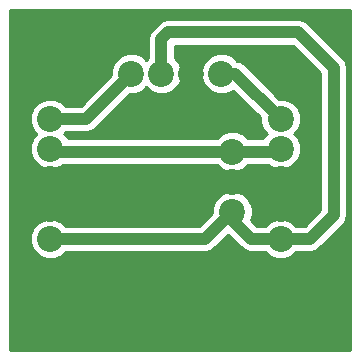
<source format=gbr>
G04 #@! TF.FileFunction,Copper,L1,Top,Signal*
%FSLAX46Y46*%
G04 Gerber Fmt 4.6, Leading zero omitted, Abs format (unit mm)*
G04 Created by KiCad (PCBNEW 4.0.6-e0-6349~52~ubuntu17.04.1) date Sat May 20 12:27:56 2017*
%MOMM*%
%LPD*%
G01*
G04 APERTURE LIST*
%ADD10C,0.100000*%
%ADD11C,2.200000*%
%ADD12C,1.000000*%
%ADD13C,0.254000*%
G04 APERTURE END LIST*
D10*
D11*
X113500000Y-103500000D03*
X113500000Y-100960000D03*
X113500000Y-98420000D03*
X113500000Y-95880000D03*
X113500000Y-93340000D03*
X94000000Y-103500000D03*
X94000000Y-100960000D03*
X94000000Y-98420000D03*
X94000000Y-95880000D03*
X94000000Y-93340000D03*
X108500000Y-89500000D03*
X105960000Y-89500000D03*
X103420000Y-89500000D03*
X100880000Y-89500000D03*
X109400000Y-96100000D03*
X109400000Y-98640000D03*
X109400000Y-101180000D03*
D12*
X113500000Y-103500000D02*
X116000000Y-103500000D01*
X103420000Y-86580000D02*
X103420000Y-89500000D01*
X104000000Y-86000000D02*
X103420000Y-86580000D01*
X115000000Y-86000000D02*
X104000000Y-86000000D01*
X118000000Y-89000000D02*
X115000000Y-86000000D01*
X118000000Y-101500000D02*
X118000000Y-89000000D01*
X116000000Y-103500000D02*
X118000000Y-101500000D01*
X109400000Y-101180000D02*
X109400000Y-101900000D01*
X109400000Y-101900000D02*
X111000000Y-103500000D01*
X111000000Y-103500000D02*
X113500000Y-103500000D01*
X109400000Y-101180000D02*
X109400000Y-101400000D01*
X109400000Y-101180000D02*
X109480000Y-101180000D01*
X94000000Y-103500000D02*
X107080000Y-103500000D01*
X107080000Y-103500000D02*
X109400000Y-101180000D01*
X109400000Y-96100000D02*
X113280000Y-96100000D01*
X113280000Y-96100000D02*
X113500000Y-95880000D01*
X109400000Y-96100000D02*
X94220000Y-96100000D01*
X94220000Y-96100000D02*
X94000000Y-95880000D01*
X94000000Y-93340000D02*
X97040000Y-93340000D01*
X97040000Y-93340000D02*
X100880000Y-89500000D01*
X108500000Y-89500000D02*
X109660000Y-89500000D01*
X109660000Y-89500000D02*
X113500000Y-93340000D01*
D13*
X119398000Y-84102000D02*
X90602000Y-84102000D01*
X119398000Y-84305200D02*
X90602000Y-84305200D01*
X119398000Y-84508400D02*
X90602000Y-84508400D01*
X119398000Y-84711600D02*
X90602000Y-84711600D01*
X103789858Y-84914800D02*
X90602000Y-84914800D01*
X119398000Y-84914800D02*
X115210143Y-84914800D01*
X103330439Y-85118000D02*
X90602000Y-85118000D01*
X119398000Y-85118000D02*
X115669562Y-85118000D01*
X103084982Y-85321200D02*
X90602000Y-85321200D01*
X119398000Y-85321200D02*
X115915019Y-85321200D01*
X102881782Y-85524400D02*
X90602000Y-85524400D01*
X119398000Y-85524400D02*
X116118219Y-85524400D01*
X102678582Y-85727600D02*
X90602000Y-85727600D01*
X119398000Y-85727600D02*
X116321419Y-85727600D01*
X102524395Y-85930800D02*
X90602000Y-85930800D01*
X119398000Y-85930800D02*
X116524619Y-85930800D01*
X102388621Y-86134000D02*
X90602000Y-86134000D01*
X119398000Y-86134000D02*
X116727819Y-86134000D01*
X102341297Y-86337200D02*
X90602000Y-86337200D01*
X119398000Y-86337200D02*
X116931019Y-86337200D01*
X102300877Y-86540400D02*
X90602000Y-86540400D01*
X119398000Y-86540400D02*
X117134219Y-86540400D01*
X102293000Y-86743600D02*
X90602000Y-86743600D01*
X119398000Y-86743600D02*
X117337419Y-86743600D01*
X102293000Y-86946800D02*
X90602000Y-86946800D01*
X119398000Y-86946800D02*
X117540619Y-86946800D01*
X102293000Y-87150000D02*
X90602000Y-87150000D01*
X114556181Y-87150000D02*
X104547000Y-87150000D01*
X119398000Y-87150000D02*
X117743819Y-87150000D01*
X102293000Y-87353200D02*
X90602000Y-87353200D01*
X114759381Y-87353200D02*
X104547000Y-87353200D01*
X119398000Y-87353200D02*
X117947019Y-87353200D01*
X102293000Y-87556400D02*
X90602000Y-87556400D01*
X114962581Y-87556400D02*
X104547000Y-87556400D01*
X119398000Y-87556400D02*
X118150219Y-87556400D01*
X102293000Y-87759600D02*
X90602000Y-87759600D01*
X115165781Y-87759600D02*
X104547000Y-87759600D01*
X119398000Y-87759600D02*
X118353419Y-87759600D01*
X100077911Y-87962800D02*
X90602000Y-87962800D01*
X102293000Y-87962800D02*
X101681396Y-87962800D01*
X107697911Y-87962800D02*
X104547000Y-87962800D01*
X115368981Y-87962800D02*
X109301396Y-87962800D01*
X119398000Y-87962800D02*
X118556619Y-87962800D01*
X99771850Y-88166000D02*
X90602000Y-88166000D01*
X102293000Y-88166000D02*
X101988545Y-88166000D01*
X107391850Y-88166000D02*
X104547000Y-88166000D01*
X115572181Y-88166000D02*
X109608545Y-88166000D01*
X119398000Y-88166000D02*
X118759819Y-88166000D01*
X99568295Y-88369200D02*
X90602000Y-88369200D01*
X107188295Y-88369200D02*
X104731391Y-88369200D01*
X115775381Y-88369200D02*
X109811390Y-88369200D01*
X119398000Y-88369200D02*
X118907901Y-88369200D01*
X99395205Y-88572400D02*
X90602000Y-88572400D01*
X107015205Y-88572400D02*
X104905341Y-88572400D01*
X115978581Y-88572400D02*
X110261317Y-88572400D01*
X119398000Y-88572400D02*
X119041945Y-88572400D01*
X99310829Y-88775600D02*
X90602000Y-88775600D01*
X106930829Y-88775600D02*
X104989301Y-88775600D01*
X116181781Y-88775600D02*
X110529418Y-88775600D01*
X119398000Y-88775600D02*
X119082364Y-88775600D01*
X99226453Y-88978800D02*
X90602000Y-88978800D01*
X106846453Y-88978800D02*
X105073261Y-88978800D01*
X116384981Y-88978800D02*
X110732618Y-88978800D01*
X119398000Y-88978800D02*
X119122784Y-88978800D01*
X99153277Y-89182000D02*
X90602000Y-89182000D01*
X106773277Y-89182000D02*
X105147278Y-89182000D01*
X116588181Y-89182000D02*
X110935818Y-89182000D01*
X119398000Y-89182000D02*
X119127000Y-89182000D01*
X99153100Y-89385200D02*
X90602000Y-89385200D01*
X106773100Y-89385200D02*
X105147100Y-89385200D01*
X116791381Y-89385200D02*
X111139018Y-89385200D01*
X119398000Y-89385200D02*
X119127000Y-89385200D01*
X99152923Y-89588400D02*
X90602000Y-89588400D01*
X106772923Y-89588400D02*
X105146923Y-89588400D01*
X116873000Y-89588400D02*
X111342218Y-89588400D01*
X119398000Y-89588400D02*
X119127000Y-89588400D01*
X98994582Y-89791600D02*
X90602000Y-89791600D01*
X106772745Y-89791600D02*
X105146746Y-89791600D01*
X116873000Y-89791600D02*
X111545418Y-89791600D01*
X119398000Y-89791600D02*
X119127000Y-89791600D01*
X98791382Y-89994800D02*
X90602000Y-89994800D01*
X106835830Y-89994800D02*
X105084509Y-89994800D01*
X116873000Y-89994800D02*
X111748618Y-89994800D01*
X119398000Y-89994800D02*
X119127000Y-89994800D01*
X98588182Y-90198000D02*
X90602000Y-90198000D01*
X106919791Y-90198000D02*
X105000133Y-90198000D01*
X116873000Y-90198000D02*
X111951818Y-90198000D01*
X119398000Y-90198000D02*
X119127000Y-90198000D01*
X98384982Y-90401200D02*
X90602000Y-90401200D01*
X107003751Y-90401200D02*
X104915757Y-90401200D01*
X116873000Y-90401200D02*
X112155018Y-90401200D01*
X119398000Y-90401200D02*
X119127000Y-90401200D01*
X98181782Y-90604400D02*
X90602000Y-90604400D01*
X107162255Y-90604400D02*
X104758151Y-90604400D01*
X116873000Y-90604400D02*
X112358218Y-90604400D01*
X119398000Y-90604400D02*
X119127000Y-90604400D01*
X97978582Y-90807600D02*
X90602000Y-90807600D01*
X102285101Y-90807600D02*
X102014596Y-90807600D01*
X107365101Y-90807600D02*
X104554596Y-90807600D01*
X116873000Y-90807600D02*
X112561418Y-90807600D01*
X119398000Y-90807600D02*
X119127000Y-90807600D01*
X97775382Y-91010800D02*
X90602000Y-91010800D01*
X102555026Y-91010800D02*
X101745982Y-91010800D01*
X107635026Y-91010800D02*
X104285982Y-91010800D01*
X109576982Y-91010800D02*
X109365982Y-91010800D01*
X116873000Y-91010800D02*
X112764618Y-91010800D01*
X119398000Y-91010800D02*
X119127000Y-91010800D01*
X97572182Y-91214000D02*
X90602000Y-91214000D01*
X103044386Y-91214000D02*
X101254200Y-91214000D01*
X108124386Y-91214000D02*
X103794200Y-91214000D01*
X109780182Y-91214000D02*
X108874200Y-91214000D01*
X116873000Y-91214000D02*
X112967818Y-91214000D01*
X119398000Y-91214000D02*
X119127000Y-91214000D01*
X97368982Y-91417200D02*
X90602000Y-91417200D01*
X109983382Y-91417200D02*
X100556618Y-91417200D01*
X116873000Y-91417200D02*
X113171018Y-91417200D01*
X119398000Y-91417200D02*
X119127000Y-91417200D01*
X93639353Y-91620400D02*
X90602000Y-91620400D01*
X97165782Y-91620400D02*
X94362128Y-91620400D01*
X110186582Y-91620400D02*
X100353418Y-91620400D01*
X116873000Y-91620400D02*
X113862128Y-91620400D01*
X119398000Y-91620400D02*
X119127000Y-91620400D01*
X93147571Y-91823600D02*
X90602000Y-91823600D01*
X96962582Y-91823600D02*
X94851487Y-91823600D01*
X110389782Y-91823600D02*
X100150218Y-91823600D01*
X116873000Y-91823600D02*
X114351487Y-91823600D01*
X119398000Y-91823600D02*
X119127000Y-91823600D01*
X92871013Y-92026800D02*
X90602000Y-92026800D01*
X96759382Y-92026800D02*
X95129309Y-92026800D01*
X110592982Y-92026800D02*
X99947018Y-92026800D01*
X116873000Y-92026800D02*
X114629309Y-92026800D01*
X119398000Y-92026800D02*
X119127000Y-92026800D01*
X92667458Y-92230000D02*
X90602000Y-92230000D01*
X110796182Y-92230000D02*
X99743818Y-92230000D01*
X116873000Y-92230000D02*
X114832154Y-92230000D01*
X119398000Y-92230000D02*
X119127000Y-92230000D01*
X92506569Y-92433200D02*
X90602000Y-92433200D01*
X110999382Y-92433200D02*
X99540618Y-92433200D01*
X116873000Y-92433200D02*
X114993935Y-92433200D01*
X119398000Y-92433200D02*
X119127000Y-92433200D01*
X92422192Y-92636400D02*
X90602000Y-92636400D01*
X111202582Y-92636400D02*
X99337418Y-92636400D01*
X116873000Y-92636400D02*
X115077895Y-92636400D01*
X119398000Y-92636400D02*
X119127000Y-92636400D01*
X92337816Y-92839600D02*
X90602000Y-92839600D01*
X111405782Y-92839600D02*
X99134218Y-92839600D01*
X116873000Y-92839600D02*
X115161856Y-92839600D01*
X119398000Y-92839600D02*
X119127000Y-92839600D01*
X92273259Y-93042800D02*
X90602000Y-93042800D01*
X111608982Y-93042800D02*
X98931018Y-93042800D01*
X116873000Y-93042800D02*
X115227259Y-93042800D01*
X119398000Y-93042800D02*
X119127000Y-93042800D01*
X92273082Y-93246000D02*
X90602000Y-93246000D01*
X111773081Y-93246000D02*
X98727818Y-93246000D01*
X116873000Y-93246000D02*
X115227082Y-93246000D01*
X119398000Y-93246000D02*
X119127000Y-93246000D01*
X92272904Y-93449200D02*
X90602000Y-93449200D01*
X111772904Y-93449200D02*
X98524618Y-93449200D01*
X116873000Y-93449200D02*
X115226905Y-93449200D01*
X119398000Y-93449200D02*
X119127000Y-93449200D01*
X92272727Y-93652400D02*
X90602000Y-93652400D01*
X111772727Y-93652400D02*
X98321418Y-93652400D01*
X116873000Y-93652400D02*
X115226728Y-93652400D01*
X119398000Y-93652400D02*
X119127000Y-93652400D01*
X92344425Y-93855600D02*
X90602000Y-93855600D01*
X111844425Y-93855600D02*
X98118218Y-93855600D01*
X116873000Y-93855600D02*
X115155872Y-93855600D01*
X119398000Y-93855600D02*
X119127000Y-93855600D01*
X92428385Y-94058800D02*
X90602000Y-94058800D01*
X111928385Y-94058800D02*
X97915018Y-94058800D01*
X116873000Y-94058800D02*
X115071496Y-94058800D01*
X119398000Y-94058800D02*
X119127000Y-94058800D01*
X92512346Y-94262000D02*
X90602000Y-94262000D01*
X112012346Y-94262000D02*
X97649697Y-94262000D01*
X116873000Y-94262000D02*
X114987120Y-94262000D01*
X119398000Y-94262000D02*
X119127000Y-94262000D01*
X92683019Y-94465200D02*
X90602000Y-94465200D01*
X108834122Y-94465200D02*
X97049049Y-94465200D01*
X112183019Y-94465200D02*
X109966349Y-94465200D01*
X116873000Y-94465200D02*
X114817315Y-94465200D01*
X119398000Y-94465200D02*
X119127000Y-94465200D01*
X92769236Y-94668400D02*
X90602000Y-94668400D01*
X108389620Y-94668400D02*
X95230732Y-94668400D01*
X112269236Y-94668400D02*
X110411115Y-94668400D01*
X116873000Y-94668400D02*
X114730732Y-94668400D01*
X119398000Y-94668400D02*
X119127000Y-94668400D01*
X92565681Y-94871600D02*
X90602000Y-94871600D01*
X108186066Y-94871600D02*
X95433577Y-94871600D01*
X112065681Y-94871600D02*
X110613961Y-94871600D01*
X116873000Y-94871600D02*
X114933577Y-94871600D01*
X119398000Y-94871600D02*
X119127000Y-94871600D01*
X92464380Y-95074800D02*
X90602000Y-95074800D01*
X116873000Y-95074800D02*
X115035915Y-95074800D01*
X119398000Y-95074800D02*
X119127000Y-95074800D01*
X92380004Y-95278000D02*
X90602000Y-95278000D01*
X116873000Y-95278000D02*
X115119876Y-95278000D01*
X119398000Y-95278000D02*
X119127000Y-95278000D01*
X92295628Y-95481200D02*
X90602000Y-95481200D01*
X116873000Y-95481200D02*
X115203836Y-95481200D01*
X119398000Y-95481200D02*
X119127000Y-95481200D01*
X92273170Y-95684400D02*
X90602000Y-95684400D01*
X116873000Y-95684400D02*
X115227171Y-95684400D01*
X119398000Y-95684400D02*
X119127000Y-95684400D01*
X92272993Y-95887600D02*
X90602000Y-95887600D01*
X116873000Y-95887600D02*
X115226994Y-95887600D01*
X119398000Y-95887600D02*
X119127000Y-95887600D01*
X92272816Y-96090800D02*
X90602000Y-96090800D01*
X116873000Y-96090800D02*
X115226817Y-96090800D01*
X119398000Y-96090800D02*
X119127000Y-96090800D01*
X92302444Y-96294000D02*
X90602000Y-96294000D01*
X116873000Y-96294000D02*
X115198060Y-96294000D01*
X119398000Y-96294000D02*
X119127000Y-96294000D01*
X92386405Y-96497200D02*
X90602000Y-96497200D01*
X116873000Y-96497200D02*
X115113684Y-96497200D01*
X119398000Y-96497200D02*
X119127000Y-96497200D01*
X92470365Y-96700400D02*
X90602000Y-96700400D01*
X116873000Y-96700400D02*
X115029308Y-96700400D01*
X119398000Y-96700400D02*
X119127000Y-96700400D01*
X92581596Y-96903600D02*
X90602000Y-96903600D01*
X116873000Y-96903600D02*
X114919093Y-96903600D01*
X119398000Y-96903600D02*
X119127000Y-96903600D01*
X92784442Y-97106800D02*
X90602000Y-97106800D01*
X116873000Y-97106800D02*
X114715538Y-97106800D01*
X119398000Y-97106800D02*
X119127000Y-97106800D01*
X92987287Y-97310000D02*
X90602000Y-97310000D01*
X108167671Y-97310000D02*
X95011983Y-97310000D01*
X112487288Y-97310000D02*
X110632367Y-97310000D01*
X116873000Y-97310000D02*
X114511983Y-97310000D01*
X119398000Y-97310000D02*
X119127000Y-97310000D01*
X93429798Y-97513200D02*
X90602000Y-97513200D01*
X108370517Y-97513200D02*
X94569751Y-97513200D01*
X112929798Y-97513200D02*
X110428812Y-97513200D01*
X116873000Y-97513200D02*
X114069751Y-97513200D01*
X119398000Y-97513200D02*
X119127000Y-97513200D01*
X108789339Y-97716400D02*
X90602000Y-97716400D01*
X116873000Y-97716400D02*
X110010410Y-97716400D01*
X119398000Y-97716400D02*
X119127000Y-97716400D01*
X116873000Y-97919600D02*
X90602000Y-97919600D01*
X119398000Y-97919600D02*
X119127000Y-97919600D01*
X116873000Y-98122800D02*
X90602000Y-98122800D01*
X119398000Y-98122800D02*
X119127000Y-98122800D01*
X116873000Y-98326000D02*
X90602000Y-98326000D01*
X119398000Y-98326000D02*
X119127000Y-98326000D01*
X116873000Y-98529200D02*
X90602000Y-98529200D01*
X119398000Y-98529200D02*
X119127000Y-98529200D01*
X116873000Y-98732400D02*
X90602000Y-98732400D01*
X119398000Y-98732400D02*
X119127000Y-98732400D01*
X116873000Y-98935600D02*
X90602000Y-98935600D01*
X119398000Y-98935600D02*
X119127000Y-98935600D01*
X116873000Y-99138800D02*
X90602000Y-99138800D01*
X119398000Y-99138800D02*
X119127000Y-99138800D01*
X116873000Y-99342000D02*
X90602000Y-99342000D01*
X119398000Y-99342000D02*
X119127000Y-99342000D01*
X108834122Y-99545200D02*
X90602000Y-99545200D01*
X116873000Y-99545200D02*
X109966349Y-99545200D01*
X119398000Y-99545200D02*
X119127000Y-99545200D01*
X108389620Y-99748400D02*
X90602000Y-99748400D01*
X116873000Y-99748400D02*
X110411115Y-99748400D01*
X119398000Y-99748400D02*
X119127000Y-99748400D01*
X108186065Y-99951600D02*
X90602000Y-99951600D01*
X116873000Y-99951600D02*
X110613961Y-99951600D01*
X119398000Y-99951600D02*
X119127000Y-99951600D01*
X107982510Y-100154800D02*
X90602000Y-100154800D01*
X116873000Y-100154800D02*
X110816807Y-100154800D01*
X119398000Y-100154800D02*
X119127000Y-100154800D01*
X107871356Y-100358000D02*
X90602000Y-100358000D01*
X116873000Y-100358000D02*
X110928974Y-100358000D01*
X119398000Y-100358000D02*
X119127000Y-100358000D01*
X107786980Y-100561200D02*
X90602000Y-100561200D01*
X116873000Y-100561200D02*
X111012934Y-100561200D01*
X119398000Y-100561200D02*
X119127000Y-100561200D01*
X107702604Y-100764400D02*
X90602000Y-100764400D01*
X116873000Y-100764400D02*
X111096894Y-100764400D01*
X119398000Y-100764400D02*
X119127000Y-100764400D01*
X107673185Y-100967600D02*
X90602000Y-100967600D01*
X116873000Y-100967600D02*
X111127185Y-100967600D01*
X119398000Y-100967600D02*
X119127000Y-100967600D01*
X107673008Y-101170800D02*
X90602000Y-101170800D01*
X116735382Y-101170800D02*
X111127008Y-101170800D01*
X119398000Y-101170800D02*
X119127000Y-101170800D01*
X107612182Y-101374000D02*
X90602000Y-101374000D01*
X116532182Y-101374000D02*
X111126831Y-101374000D01*
X119398000Y-101374000D02*
X119127000Y-101374000D01*
X107408982Y-101577200D02*
X90602000Y-101577200D01*
X116328982Y-101577200D02*
X111105036Y-101577200D01*
X119398000Y-101577200D02*
X119111643Y-101577200D01*
X93639353Y-101780400D02*
X90602000Y-101780400D01*
X107205782Y-101780400D02*
X94362128Y-101780400D01*
X113139353Y-101780400D02*
X111020660Y-101780400D01*
X116125782Y-101780400D02*
X113862128Y-101780400D01*
X119398000Y-101780400D02*
X119071224Y-101780400D01*
X93147571Y-101983600D02*
X90602000Y-101983600D01*
X107002582Y-101983600D02*
X94851487Y-101983600D01*
X112647571Y-101983600D02*
X111077419Y-101983600D01*
X115922582Y-101983600D02*
X114351487Y-101983600D01*
X119398000Y-101983600D02*
X119006255Y-101983600D01*
X92871013Y-102186800D02*
X90602000Y-102186800D01*
X106799382Y-102186800D02*
X95129309Y-102186800D01*
X112371014Y-102186800D02*
X111280619Y-102186800D01*
X115719382Y-102186800D02*
X114629309Y-102186800D01*
X119398000Y-102186800D02*
X118870481Y-102186800D01*
X92667458Y-102390000D02*
X90602000Y-102390000D01*
X119398000Y-102390000D02*
X118703818Y-102390000D01*
X92506569Y-102593200D02*
X90602000Y-102593200D01*
X119398000Y-102593200D02*
X118500618Y-102593200D01*
X92422192Y-102796400D02*
X90602000Y-102796400D01*
X119398000Y-102796400D02*
X118297418Y-102796400D01*
X92337816Y-102999600D02*
X90602000Y-102999600D01*
X119398000Y-102999600D02*
X118094218Y-102999600D01*
X92273259Y-103202800D02*
X90602000Y-103202800D01*
X109108981Y-103202800D02*
X108971018Y-103202800D01*
X119398000Y-103202800D02*
X117891018Y-103202800D01*
X92273082Y-103406000D02*
X90602000Y-103406000D01*
X109312181Y-103406000D02*
X108767818Y-103406000D01*
X119398000Y-103406000D02*
X117687818Y-103406000D01*
X92272904Y-103609200D02*
X90602000Y-103609200D01*
X109515381Y-103609200D02*
X108564618Y-103609200D01*
X119398000Y-103609200D02*
X117484618Y-103609200D01*
X92272727Y-103812400D02*
X90602000Y-103812400D01*
X109718581Y-103812400D02*
X108361418Y-103812400D01*
X119398000Y-103812400D02*
X117281418Y-103812400D01*
X92344425Y-104015600D02*
X90602000Y-104015600D01*
X109921781Y-104015600D02*
X108158218Y-104015600D01*
X119398000Y-104015600D02*
X117078218Y-104015600D01*
X92428385Y-104218800D02*
X90602000Y-104218800D01*
X110124981Y-104218800D02*
X107955018Y-104218800D01*
X119398000Y-104218800D02*
X116875018Y-104218800D01*
X92512346Y-104422000D02*
X90602000Y-104422000D01*
X110390302Y-104422000D02*
X107689697Y-104422000D01*
X119398000Y-104422000D02*
X116609697Y-104422000D01*
X92683019Y-104625200D02*
X90602000Y-104625200D01*
X110990950Y-104625200D02*
X107089049Y-104625200D01*
X119398000Y-104625200D02*
X116009049Y-104625200D01*
X92885865Y-104828400D02*
X90602000Y-104828400D01*
X112385864Y-104828400D02*
X95113760Y-104828400D01*
X119398000Y-104828400D02*
X114613760Y-104828400D01*
X93185118Y-105031600D02*
X90602000Y-105031600D01*
X112685118Y-105031600D02*
X94815642Y-105031600D01*
X119398000Y-105031600D02*
X114315642Y-105031600D01*
X119398000Y-105234800D02*
X90602000Y-105234800D01*
X119398000Y-105438000D02*
X90602000Y-105438000D01*
X119398000Y-105641200D02*
X90602000Y-105641200D01*
X119398000Y-105844400D02*
X90602000Y-105844400D01*
X119398000Y-106047600D02*
X90602000Y-106047600D01*
X119398000Y-106250800D02*
X90602000Y-106250800D01*
X119398000Y-106454000D02*
X90602000Y-106454000D01*
X119398000Y-106657200D02*
X90602000Y-106657200D01*
X119398000Y-106860400D02*
X90602000Y-106860400D01*
X119398000Y-107063600D02*
X90602000Y-107063600D01*
X119398000Y-107266800D02*
X90602000Y-107266800D01*
X119398000Y-107470000D02*
X90602000Y-107470000D01*
X119398000Y-107673200D02*
X90602000Y-107673200D01*
X119398000Y-107876400D02*
X90602000Y-107876400D01*
X119398000Y-108079600D02*
X90602000Y-108079600D01*
X119398000Y-108282800D02*
X90602000Y-108282800D01*
X119398000Y-108486000D02*
X90602000Y-108486000D01*
X119398000Y-108689200D02*
X90602000Y-108689200D01*
X119398000Y-108892400D02*
X90602000Y-108892400D01*
X119398000Y-109095600D02*
X90602000Y-109095600D01*
X119398000Y-109298800D02*
X90602000Y-109298800D01*
X119398000Y-109502000D02*
X90602000Y-109502000D01*
X119398000Y-109705200D02*
X90602000Y-109705200D01*
X119398000Y-109908400D02*
X90602000Y-109908400D01*
X119398000Y-110111600D02*
X90602000Y-110111600D01*
X119398000Y-110314800D02*
X90602000Y-110314800D01*
X119398000Y-110518000D02*
X90602000Y-110518000D01*
X119398000Y-110721200D02*
X90602000Y-110721200D01*
X119398000Y-110924400D02*
X90602000Y-110924400D01*
X119398000Y-111127600D02*
X90602000Y-111127600D01*
X119398000Y-111330800D02*
X90602000Y-111330800D01*
X119398000Y-111534000D02*
X90602000Y-111534000D01*
X119398000Y-111737200D02*
X90602000Y-111737200D01*
X119398000Y-111940400D02*
X90602000Y-111940400D01*
X119398000Y-112143600D02*
X90602000Y-112143600D01*
X119398000Y-112346800D02*
X90602000Y-112346800D01*
X119398000Y-112550000D02*
X90602000Y-112550000D01*
X119398000Y-112753200D02*
X90602000Y-112753200D01*
X119398000Y-112898000D02*
X90602000Y-112898000D01*
X90602000Y-93682014D01*
X92272701Y-93682014D01*
X92535067Y-94316989D01*
X92827652Y-94610085D01*
X92536774Y-94900456D01*
X92273300Y-95534971D01*
X92272701Y-96222014D01*
X92535067Y-96856989D01*
X93020456Y-97343226D01*
X93654971Y-97606700D01*
X94342014Y-97607299D01*
X94976989Y-97344933D01*
X95095128Y-97227000D01*
X108084816Y-97227000D01*
X108420456Y-97563226D01*
X109054971Y-97826700D01*
X109742014Y-97827299D01*
X110376989Y-97564933D01*
X110715512Y-97227000D01*
X112404433Y-97227000D01*
X112520456Y-97343226D01*
X113154971Y-97606700D01*
X113842014Y-97607299D01*
X114476989Y-97344933D01*
X114963226Y-96859544D01*
X115226700Y-96225029D01*
X115227299Y-95537986D01*
X114964933Y-94903011D01*
X114672348Y-94609915D01*
X114963226Y-94319544D01*
X115226700Y-93685029D01*
X115227299Y-92997986D01*
X114964933Y-92363011D01*
X114479544Y-91876774D01*
X113845029Y-91613300D01*
X113366701Y-91612883D01*
X110456909Y-88703091D01*
X110091284Y-88458788D01*
X109853632Y-88411516D01*
X109479544Y-88036774D01*
X108845029Y-87773300D01*
X108157986Y-87772701D01*
X107523011Y-88035067D01*
X107036774Y-88520456D01*
X106773300Y-89154971D01*
X106772701Y-89842014D01*
X107035067Y-90476989D01*
X107520456Y-90963226D01*
X108154971Y-91226700D01*
X108842014Y-91227299D01*
X109476989Y-90964933D01*
X109504076Y-90937894D01*
X111773115Y-93206933D01*
X111772701Y-93682014D01*
X112035067Y-94316989D01*
X112327652Y-94610085D01*
X112036774Y-94900456D01*
X112006651Y-94973000D01*
X110715184Y-94973000D01*
X110379544Y-94636774D01*
X109745029Y-94373300D01*
X109057986Y-94372701D01*
X108423011Y-94635067D01*
X108084488Y-94973000D01*
X95493852Y-94973000D01*
X95464933Y-94903011D01*
X95172348Y-94609915D01*
X95315512Y-94467000D01*
X97040000Y-94467000D01*
X97471284Y-94381212D01*
X97836909Y-94136909D01*
X100746933Y-91226885D01*
X101222014Y-91227299D01*
X101856989Y-90964933D01*
X102150085Y-90672348D01*
X102440456Y-90963226D01*
X103074971Y-91226700D01*
X103762014Y-91227299D01*
X104396989Y-90964933D01*
X104883226Y-90479544D01*
X105146700Y-89845029D01*
X105147299Y-89157986D01*
X104884933Y-88523011D01*
X104547000Y-88184488D01*
X104547000Y-87127000D01*
X114533182Y-87127000D01*
X116873000Y-89466819D01*
X116873000Y-101033182D01*
X115533182Y-102373000D01*
X114815184Y-102373000D01*
X114479544Y-102036774D01*
X113845029Y-101773300D01*
X113157986Y-101772701D01*
X112523011Y-102035067D01*
X112184488Y-102373000D01*
X111466819Y-102373000D01*
X110977694Y-101883875D01*
X111126700Y-101525029D01*
X111127299Y-100837986D01*
X110864933Y-100203011D01*
X110379544Y-99716774D01*
X109745029Y-99453300D01*
X109057986Y-99452701D01*
X108423011Y-99715067D01*
X107936774Y-100200456D01*
X107673300Y-100834971D01*
X107672883Y-101313298D01*
X106613182Y-102373000D01*
X95315184Y-102373000D01*
X94979544Y-102036774D01*
X94345029Y-101773300D01*
X93657986Y-101772701D01*
X93023011Y-102035067D01*
X92536774Y-102520456D01*
X92273300Y-103154971D01*
X92272701Y-103842014D01*
X92535067Y-104476989D01*
X93020456Y-104963226D01*
X93654971Y-105226700D01*
X94342014Y-105227299D01*
X94976989Y-104964933D01*
X95315512Y-104627000D01*
X107080000Y-104627000D01*
X107511284Y-104541212D01*
X107876909Y-104296909D01*
X109040000Y-103133818D01*
X110203091Y-104296910D01*
X110476423Y-104479544D01*
X110568716Y-104541212D01*
X111000000Y-104627000D01*
X112184816Y-104627000D01*
X112520456Y-104963226D01*
X113154971Y-105226700D01*
X113842014Y-105227299D01*
X114476989Y-104964933D01*
X114815512Y-104627000D01*
X116000000Y-104627000D01*
X116431284Y-104541212D01*
X116796909Y-104296909D01*
X118796909Y-102296909D01*
X119041212Y-101931284D01*
X119072756Y-101772701D01*
X119127000Y-101500000D01*
X119127000Y-89000000D01*
X119041212Y-88568716D01*
X119008966Y-88520456D01*
X118796910Y-88203091D01*
X115796909Y-85203091D01*
X115431284Y-84958788D01*
X115000000Y-84873000D01*
X104000000Y-84873000D01*
X103568716Y-84958788D01*
X103203091Y-85203091D01*
X102623091Y-85783091D01*
X102378788Y-86148716D01*
X102293000Y-86580000D01*
X102293000Y-88184816D01*
X102149915Y-88327652D01*
X101859544Y-88036774D01*
X101225029Y-87773300D01*
X100537986Y-87772701D01*
X99903011Y-88035067D01*
X99416774Y-88520456D01*
X99153300Y-89154971D01*
X99152883Y-89633299D01*
X96573182Y-92213000D01*
X95315184Y-92213000D01*
X94979544Y-91876774D01*
X94345029Y-91613300D01*
X93657986Y-91612701D01*
X93023011Y-91875067D01*
X92536774Y-92360456D01*
X92273300Y-92994971D01*
X92272701Y-93682014D01*
X90602000Y-93682014D01*
X90602000Y-84102000D01*
X119398000Y-84102000D01*
X119398000Y-112898000D01*
M02*

</source>
